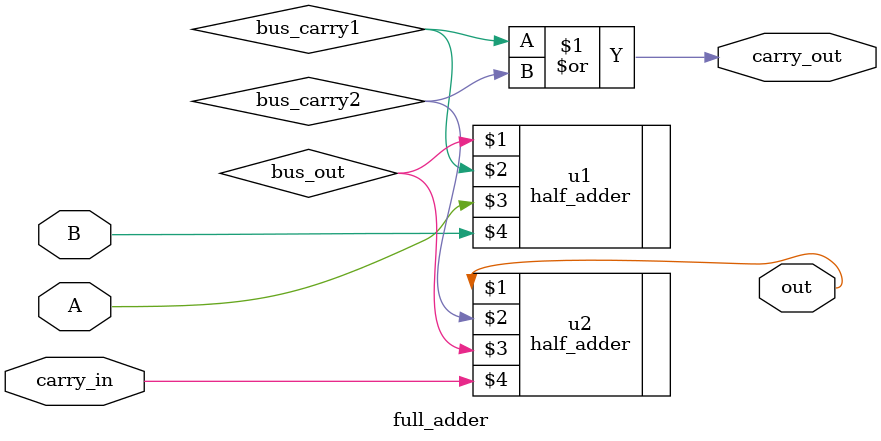
<source format=v>
module full_adder (out, carry_out, A, B, carry_in);

output out, carry_out;
input A, B, carry_in;

wire bus_out, bus_carry1, bus_carry2;

half_adder u1 (bus_out, bus_carry1, A, B);
half_adder u2 (out, bus_carry2, bus_out, carry_in);
or (carry_out, bus_carry1, bus_carry2);

endmodule

</source>
